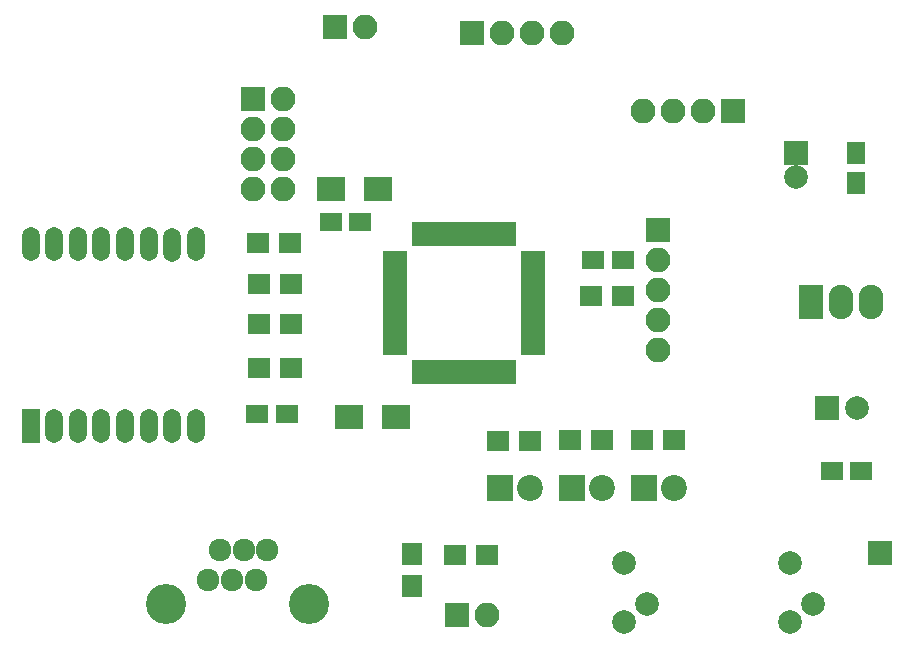
<source format=gbr>
G04 #@! TF.FileFunction,Soldermask,Top*
%FSLAX46Y46*%
G04 Gerber Fmt 4.6, Leading zero omitted, Abs format (unit mm)*
G04 Created by KiCad (PCBNEW 4.0.7) date 07/17/19 22:20:44*
%MOMM*%
%LPD*%
G01*
G04 APERTURE LIST*
%ADD10C,0.100000*%
%ADD11R,1.500000X2.900000*%
%ADD12O,1.500000X2.900000*%
%ADD13R,2.400000X2.000000*%
%ADD14R,1.900000X1.650000*%
%ADD15R,1.650000X1.900000*%
%ADD16R,1.900000X1.700000*%
%ADD17R,0.960000X2.000000*%
%ADD18R,2.000000X0.960000*%
%ADD19R,2.100000X2.100000*%
%ADD20O,2.100000X2.100000*%
%ADD21R,2.000000X2.000000*%
%ADD22C,2.000000*%
%ADD23R,1.700000X1.900000*%
%ADD24R,2.100000X2.900000*%
%ADD25O,2.100000X2.900000*%
%ADD26R,2.200000X2.200000*%
%ADD27C,2.200000*%
%ADD28C,1.920000*%
%ADD29C,3.400000*%
G04 APERTURE END LIST*
D10*
D11*
X86487000Y-143956000D03*
D12*
X88487000Y-143956000D03*
X90487000Y-143956000D03*
X92487000Y-143956000D03*
X94487000Y-143956000D03*
X96487000Y-143956000D03*
X98487000Y-143956000D03*
X100487000Y-143956000D03*
X100487000Y-128556000D03*
X98487000Y-128656000D03*
X96487000Y-128556000D03*
X94487000Y-128556000D03*
X92487000Y-128556000D03*
X90487000Y-128556000D03*
X88487000Y-128556000D03*
X86487000Y-128556000D03*
D13*
X115919000Y-123952000D03*
X111919000Y-123952000D03*
D14*
X134132000Y-129921000D03*
X136632000Y-129921000D03*
X114407000Y-126746000D03*
X111907000Y-126746000D03*
X105684000Y-143002000D03*
X108184000Y-143002000D03*
D13*
X113443000Y-143256000D03*
X117443000Y-143256000D03*
D14*
X154325000Y-147828000D03*
X156825000Y-147828000D03*
D15*
X156337000Y-120924000D03*
X156337000Y-123424000D03*
D16*
X136605000Y-132969000D03*
X133905000Y-132969000D03*
X108538000Y-139065000D03*
X105838000Y-139065000D03*
X105838000Y-135382000D03*
X108538000Y-135382000D03*
X105838000Y-131953000D03*
X108538000Y-131953000D03*
X105711000Y-128524000D03*
X108411000Y-128524000D03*
X138286500Y-145161000D03*
X140986500Y-145161000D03*
D17*
X119190000Y-139454000D03*
X119990000Y-139454000D03*
X120790000Y-139454000D03*
X121590000Y-139454000D03*
X122390000Y-139454000D03*
X123190000Y-139454000D03*
X123990000Y-139454000D03*
X124790000Y-139454000D03*
X125590000Y-139454000D03*
X126390000Y-139454000D03*
X127190000Y-139454000D03*
D18*
X129040000Y-137604000D03*
X129040000Y-136804000D03*
X129040000Y-136004000D03*
X129040000Y-135204000D03*
X129040000Y-134404000D03*
X129040000Y-133604000D03*
X129040000Y-132804000D03*
X129040000Y-132004000D03*
X129040000Y-131204000D03*
X129040000Y-130404000D03*
X129040000Y-129604000D03*
D17*
X127190000Y-127754000D03*
X126390000Y-127754000D03*
X125590000Y-127754000D03*
X124790000Y-127754000D03*
X123990000Y-127754000D03*
X123190000Y-127754000D03*
X122390000Y-127754000D03*
X121590000Y-127754000D03*
X120790000Y-127754000D03*
X119990000Y-127754000D03*
X119190000Y-127754000D03*
D18*
X117340000Y-129604000D03*
X117340000Y-130404000D03*
X117340000Y-131204000D03*
X117340000Y-132004000D03*
X117340000Y-132804000D03*
X117340000Y-133604000D03*
X117340000Y-134404000D03*
X117340000Y-135204000D03*
X117340000Y-136004000D03*
X117340000Y-136804000D03*
X117340000Y-137604000D03*
D19*
X105283000Y-116332000D03*
D20*
X107823000Y-116332000D03*
X105283000Y-118872000D03*
X107823000Y-118872000D03*
X105283000Y-121412000D03*
X107823000Y-121412000D03*
X105283000Y-123952000D03*
X107823000Y-123952000D03*
D19*
X139573000Y-127381000D03*
D20*
X139573000Y-129921000D03*
X139573000Y-132461000D03*
X139573000Y-135001000D03*
X139573000Y-137541000D03*
D21*
X153924000Y-142494000D03*
D22*
X156424000Y-142494000D03*
D21*
X151320500Y-120904000D03*
D22*
X151320500Y-122904000D03*
D16*
X126094500Y-145224500D03*
X128794500Y-145224500D03*
X132190500Y-145161000D03*
X134890500Y-145161000D03*
X122411500Y-154876500D03*
X125111500Y-154876500D03*
D23*
X118808500Y-157560000D03*
X118808500Y-154860000D03*
D19*
X145923000Y-117348000D03*
D20*
X143383000Y-117348000D03*
X140843000Y-117348000D03*
X138303000Y-117348000D03*
D19*
X123825000Y-110744000D03*
D20*
X126365000Y-110744000D03*
X128905000Y-110744000D03*
X131445000Y-110744000D03*
D19*
X112268000Y-110236000D03*
D20*
X114808000Y-110236000D03*
D19*
X122555000Y-159956500D03*
D20*
X125095000Y-159956500D03*
D24*
X152527000Y-133477000D03*
D25*
X155067000Y-133477000D03*
X157607000Y-133477000D03*
D22*
X150741000Y-155567000D03*
X150741000Y-160567000D03*
X152741000Y-159067000D03*
X136707500Y-155567000D03*
X136707500Y-160567000D03*
X138707500Y-159067000D03*
D19*
X158369000Y-154749500D03*
D26*
X126238000Y-149225000D03*
D27*
X128778000Y-149225000D03*
D26*
X132334000Y-149225000D03*
D27*
X134874000Y-149225000D03*
D26*
X138430000Y-149225000D03*
D27*
X140970000Y-149225000D03*
D28*
X104536500Y-154535500D03*
X102536500Y-154535500D03*
X106536500Y-154535500D03*
X101536500Y-157035500D03*
X103536500Y-157035500D03*
X105536500Y-157035500D03*
D29*
X110036500Y-159035500D03*
X97976500Y-159065500D03*
M02*

</source>
